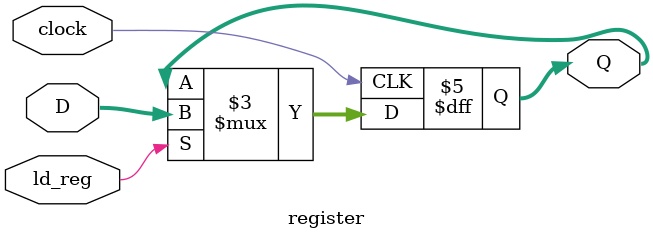
<source format=v>
`timescale 1ns / 1ps


module register(input clock, input ld_reg, input [31:0] D, output reg [31:0] Q);
always @(posedge clock)
begin
    if(ld_reg)
    Q=D;
    else
    Q=Q;
end
endmodule

</source>
